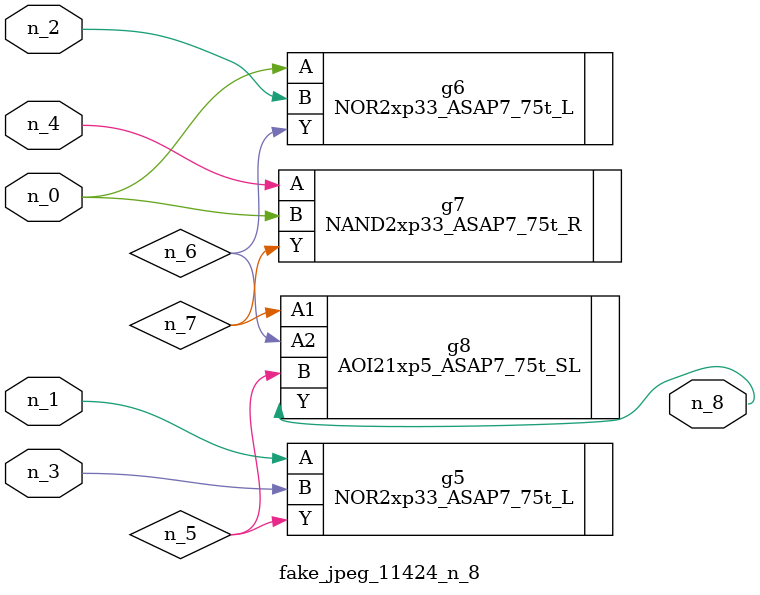
<source format=v>
module fake_jpeg_11424_n_8 (n_3, n_2, n_1, n_0, n_4, n_8);

input n_3;
input n_2;
input n_1;
input n_0;
input n_4;

output n_8;

wire n_6;
wire n_5;
wire n_7;

NOR2xp33_ASAP7_75t_L g5 ( 
.A(n_1),
.B(n_3),
.Y(n_5)
);

NOR2xp33_ASAP7_75t_L g6 ( 
.A(n_0),
.B(n_2),
.Y(n_6)
);

NAND2xp33_ASAP7_75t_R g7 ( 
.A(n_4),
.B(n_0),
.Y(n_7)
);

AOI21xp5_ASAP7_75t_SL g8 ( 
.A1(n_7),
.A2(n_6),
.B(n_5),
.Y(n_8)
);


endmodule
</source>
